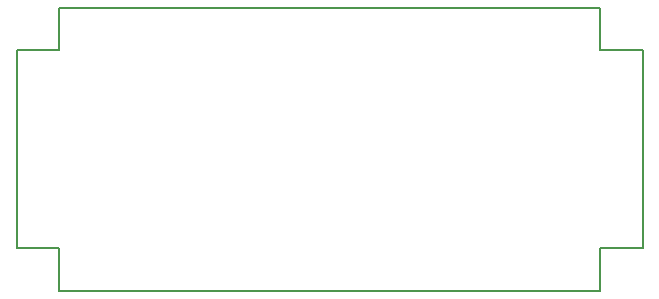
<source format=gko>
G04 #@! TF.FileFunction,Profile,NP*
%FSLAX46Y46*%
G04 Gerber Fmt 4.6, Leading zero omitted, Abs format (unit mm)*
G04 Created by KiCad (PCBNEW 4.0.2-stable) date Sun Mar 13 22:43:45 2016*
%MOMM*%
G01*
G04 APERTURE LIST*
%ADD10C,0.100000*%
%ADD11C,0.150000*%
G04 APERTURE END LIST*
D10*
D11*
X196200000Y-95400000D02*
X196200000Y-99000000D01*
X242000000Y-95400000D02*
X196200000Y-95400000D01*
X242000000Y-99000000D02*
X242000000Y-95400000D01*
X245600000Y-99000000D02*
X242000000Y-99000000D01*
X245600000Y-115800000D02*
X245600000Y-99000000D01*
X242000000Y-115800000D02*
X245600000Y-115800000D01*
X242000000Y-119400000D02*
X242000000Y-115800000D01*
X196200000Y-119400000D02*
X242000000Y-119400000D01*
X196200000Y-115800000D02*
X196200000Y-119400000D01*
X192600000Y-115800000D02*
X196200000Y-115800000D01*
X192600000Y-99000000D02*
X192600000Y-115800000D01*
X196200000Y-99000000D02*
X192600000Y-99000000D01*
M02*

</source>
